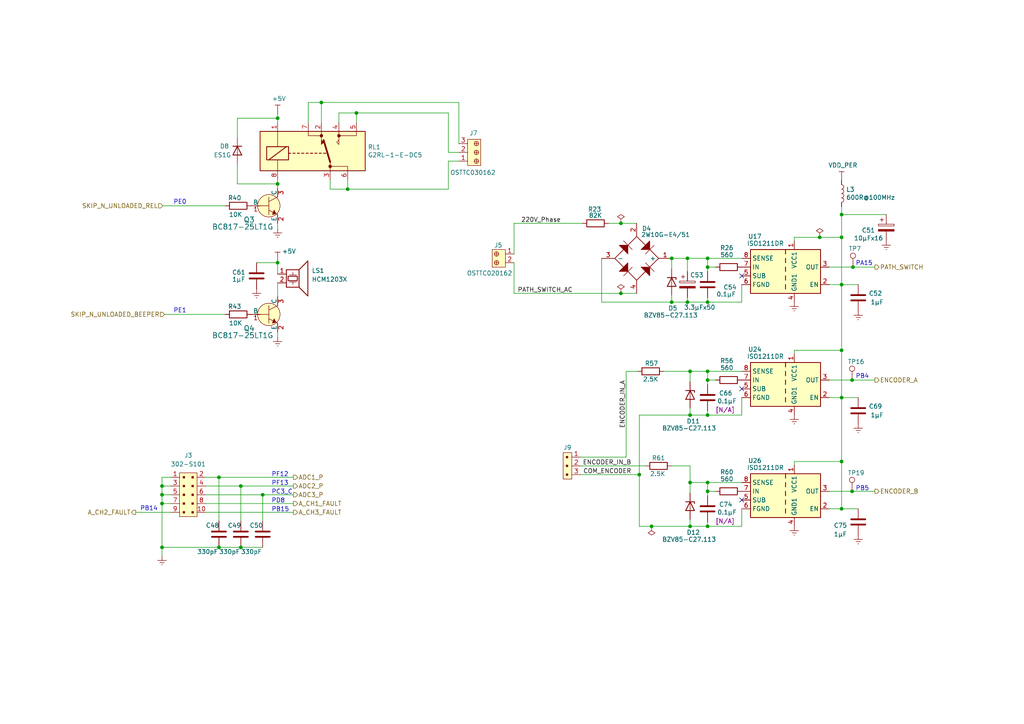
<source format=kicad_sch>
(kicad_sch (version 20211123) (generator eeschema)
  (paper "A4")
  (title_block (title "ШВУ") (date "2021-03-25") (rev "V0.3") (company "ЦВЕТМЕТНАЛАДКА") (comment 1 "Шустов В.И."))
  (lib_symbols
    (symbol "Connector:TestPoint" (pin_numbers hide) (pin_names (offset 0.762) hide)
      (property "Reference" "TP" (at 0 6.858 0))
      (property "Value" "TestPoint" (at 0 5.08 0))
      (symbol "TestPoint_0_1"
        (circle (center 0 3.302) (radius 0.762))
      )
      (symbol "TestPoint_1_1"
        (pin passive line (at 0 0 90) (length 2.54) (name "1") (number "1"))
      )
    )
    (symbol "Device:C" (pin_numbers hide) (pin_names (offset 0.254))
      (property "Reference" "C" (at 0.635 2.54 0))
      (property "Value" "C" (at 0.635 -2.54 0))
      (symbol "C_0_1"
        (polyline (pts (xy -2.032 -0.762) (xy 2.032 -0.762)) (stroke (width 0.508)))
        (polyline (pts (xy -2.032 0.762) (xy 2.032 0.762)) (stroke (width 0.508)))
      )
      (symbol "C_1_1"
        (pin passive line (at 0 3.81 270) (length 2.794) (name "~") (number "1"))
        (pin passive line (at 0 -3.81 90) (length 2.794) (name "~") (number "2"))
      )
    )
    (symbol "Device:CP" (pin_numbers hide) (pin_names (offset 0.254))
      (property "Reference" "C" (at 0.635 2.54 0))
      (property "Value" "Device_CP" (at 0.635 -2.54 0))
      (symbol "CP_0_1"
        (rectangle (start -2.286 0.508) (end 2.286 1.016))
        (polyline (pts (xy -1.778 2.286) (xy -0.762 2.286)))
        (polyline (pts (xy -1.27 2.794) (xy -1.27 1.778)))
        (rectangle (start 2.286 -0.508) (end -2.286 -1.016) (fill (type outline)))
      )
      (symbol "CP_1_1"
        (pin passive line (at 0 3.81 270) (length 2.794) (name "~") (number "1"))
        (pin passive line (at 0 -3.81 90) (length 2.794) (name "~") (number "2"))
      )
    )
    (symbol "Device:D" (pin_numbers hide) (pin_names (offset 1.016) hide)
      (property "Reference" "D" (at 0 2.54 0))
      (property "Value" "D" (at 0 -2.54 0))
      (symbol "D_0_1"
        (polyline (pts (xy -1.27 1.27) (xy -1.27 -1.27)) (stroke (width 0.254)))
        (polyline (pts (xy 1.27 0) (xy -1.27 0)))
        (polyline (pts (xy 1.27 1.27) (xy 1.27 -1.27) (xy -1.27 0) (xy 1.27 1.27)) (stroke (width 0.254)))
      )
      (symbol "D_1_1"
        (pin passive line (at -3.81 0 0) (length 2.54) (name "K") (number "1"))
        (pin passive line (at 3.81 0 180) (length 2.54) (name "A") (number "2"))
      )
    )
    (symbol "Device:L" (pin_numbers hide) (pin_names (offset 1.016) hide)
      (property "Reference" "L" (at -1.27 0 90))
      (property "Value" "L" (at 1.905 0 90))
      (symbol "L_0_1"
        (arc (start 0 -2.54) (mid 0.635 -1.905) (end 0 -1.27))
        (arc (start 0 -1.27) (mid 0.635 -0.635) (end 0 0))
        (arc (start 0 0) (mid 0.635 0.635) (end 0 1.27))
        (arc (start 0 1.27) (mid 0.635 1.905) (end 0 2.54))
      )
      (symbol "L_1_1"
        (pin passive line (at 0 3.81 270) (length 1.27) (name "1") (number "1"))
        (pin passive line (at 0 -3.81 90) (length 1.27) (name "2") (number "2"))
      )
    )
    (symbol "Device:R" (pin_numbers hide) (pin_names (offset 0))
      (property "Reference" "R" (at 2.032 0 90))
      (property "Value" "R" (at 0 0 90))
      (symbol "R_0_1"
        (rectangle (start -1.016 -2.54) (end 1.016 2.54) (stroke (width 0.254)))
      )
      (symbol "R_1_1"
        (pin passive line (at 0 3.81 270) (length 1.27) (name "~") (number "1"))
        (pin passive line (at 0 -3.81 90) (length 1.27) (name "~") (number "2"))
      )
    )
    (symbol "Device:Speaker_Crystal" (pin_names (offset 0) hide)
      (property "Reference" "LS" (at 0.635 5.715 0))
      (property "Value" "Speaker_Crystal" (at 0.635 3.81 0))
      (symbol "Speaker_Crystal_0_0"
        (rectangle (start -2.54 1.27) (end 1.143 -3.81) (stroke (width 0.254)))
        (rectangle (start -2.032 -0.635) (end 0.635 -1.905) (stroke (width 0.254)))
        (polyline (pts (xy -1.651 -2.286) (xy 0.381 -2.286)))
        (polyline (pts (xy -1.651 -0.254) (xy 0.381 -0.254)))
        (polyline (pts (xy -0.635 -2.286) (xy -0.635 -3.048)))
        (polyline (pts (xy -0.635 -0.254) (xy -0.635 0.508)))
        (polyline (pts (xy 1.143 1.27) (xy 3.683 3.81) (xy 3.683 -6.35) (xy 1.143 -3.81)) (stroke (width 0.254)))
      )
      (symbol "Speaker_Crystal_1_1"
        (pin input line (at -5.08 0 0) (length 2.54) (name "1") (number "1"))
        (pin input line (at -5.08 -2.54 0) (length 2.54) (name "2") (number "2"))
      )
    )
    (symbol "Diode:1N47xxA" (pin_numbers hide) (pin_names (offset 1.016) hide)
      (property "Reference" "D" (at 0 2.54 0))
      (property "Value" "1N47xxA" (at 0 -2.54 0))
      (symbol "1N47xxA_0_1"
        (polyline (pts (xy 1.27 0) (xy -1.27 0)))
        (polyline (pts (xy -1.27 -1.27) (xy -1.27 1.27) (xy -0.762 1.27)) (stroke (width 0.254)))
        (polyline (pts (xy 1.27 -1.27) (xy 1.27 1.27) (xy -1.27 0) (xy 1.27 -1.27)) (stroke (width 0.254)))
      )
      (symbol "1N47xxA_1_1"
        (pin passive line (at -3.81 0 0) (length 2.54) (name "K") (number "1"))
        (pin passive line (at 3.81 0 180) (length 2.54) (name "A") (number "2"))
      )
    )
    (symbol "Isolator:ISO1211"
      (property "Reference" "U" (at -8.89 6.35 0))
      (property "Value" "ISO1211" (at 8.89 6.35 0))
      (symbol "ISO1211_0_1"
        (rectangle (start -10.16 5.08) (end 10.16 -7.62) (stroke (width 0.254)) (fill (type background)))
        (polyline (pts (xy 0 -6.35) (xy 0 -5.08)) (stroke (width 0.254)))
        (polyline (pts (xy 0 -3.81) (xy 0 -2.54)) (stroke (width 0.254)))
        (polyline (pts (xy 0 -1.27) (xy 0 0)) (stroke (width 0.254)))
        (polyline (pts (xy 0 1.27) (xy 0 2.54)) (stroke (width 0.254)))
        (polyline (pts (xy 0 3.81) (xy 0 5.08)) (stroke (width 0.254)))
      )
      (symbol "ISO1211_1_1"
        (pin power_in line (at 2.54 7.62 270) (length 2.54) (name "VCC1") (number "1"))
        (pin input line (at 12.7 -5.08 180) (length 2.54) (name "EN") (number "2"))
        (pin tri_state line (at 12.7 0 180) (length 2.54) (name "OUT") (number "3"))
        (pin power_in line (at 2.54 -10.16 90) (length 2.54) (name "GND1") (number "4"))
        (pin passive line (at -12.7 -2.54 0) (length 2.54) (name "SUB") (number "5"))
        (pin power_in line (at -12.7 -5.08 0) (length 2.54) (name "FGND") (number "6"))
        (pin input line (at -12.7 0 0) (length 2.54) (name "IN") (number "7"))
        (pin input line (at -12.7 2.54 0) (length 2.54) (name "SENSE") (number "8"))
      )
    )
    (symbol "SVIELCOM_Library:+5V" (power) (pin_names (offset 0))
      (property "Value" "SVIELCOM_Library_+5V" (at 0 3.556 0))
      (symbol "+5V_0_1"
        (polyline (pts (xy -0.762 2.54) (xy 0 2.54)))
        (polyline (pts (xy 0 0) (xy 0 2.54)))
        (polyline (pts (xy 0 2.54) (xy 0.762 2.54)))
      )
      (symbol "+5V_1_1"
        (pin power_in line (at 0 0 90) (length 0) hide (name "+5V") (number "1"))
      )
    )
    (symbol "SVIELCOM_Library:2W10G" (pin_names (offset 0.762))
      (property "Reference" "D" (at -7.62 6.35 0))
      (property "Value" "SVIELCOM_Library_2W10G" (at 1.27 -7.62 0))
      (symbol "2W10G_0_1"
        (polyline (pts (xy -3.81 5.08) (xy -1.27 2.54)))
        (polyline (pts (xy -1.27 -2.54) (xy -3.81 -5.08)))
        (polyline (pts (xy 2.54 -1.27) (xy 5.08 -3.81)))
        (polyline (pts (xy 5.08 3.81) (xy 2.54 1.27)))
        (polyline (pts (xy -3.81 2.54) (xy -6.35 0) (xy -3.81 -2.54)))
        (polyline (pts (xy -2.54 3.81) (xy 0 6.35) (xy 2.54 3.81)))
        (polyline (pts (xy 2.54 -3.81) (xy 0 -6.35) (xy -2.54 -3.81)))
        (polyline (pts (xy 3.81 2.54) (xy 6.35 0) (xy 3.81 -2.54)))
        (polyline (pts (xy -2.54 1.27) (xy -2.54 3.81) (xy -5.08 3.81) (xy -2.54 1.27)) (fill (type outline)))
        (polyline (pts (xy 1.27 -2.54) (xy 3.81 -2.54) (xy 3.81 -5.08) (xy 1.27 -2.54)) (fill (type outline)))
        (polyline (pts (xy 1.27 2.54) (xy 3.81 2.54) (xy 3.81 5.08) (xy 1.27 2.54)) (fill (type outline)))
        (polyline (pts (xy -2.54 -3.81) (xy -2.54 -1.27) (xy -3.81 -2.54) (xy -5.08 -3.81) (xy -2.54 -3.81)) (fill (type outline)))
        (polyline (pts (xy 0 6.35) (xy 6.35 0) (xy 0 -6.35) (xy -6.35 0) (xy 0 6.35)))
      )
      (symbol "2W10G_1_1"
        (pin power_out line (at 10.16 0 180) (length 3.81) (name "+") (number "1"))
        (pin power_in line (at 0 10.16 270) (length 3.81) (name "~") (number "2"))
        (pin power_out line (at -10.16 0 0) (length 3.81) (name "-") (number "3"))
        (pin power_in line (at 0 -10.16 90) (length 3.81) (name "~") (number "4"))
      )
    )
    (symbol "SVIELCOM_Library:G2RL-1-E-DC5"
      (property "Reference" "RL" (at 16.51 3.81 0))
      (property "Value" "SVIELCOM_Library_G2RL-1-E-DC5" (at 16.51 1.27 0))
      (symbol "G2RL-1-E-DC5_0_1"
        (rectangle (start -15.24 6.35) (end 15.24 -5.08) (stroke (width 0.254)) (fill (type background)))
        (rectangle (start -13.335 1.905) (end -6.985 -1.905) (stroke (width 0.254)))
        (polyline (pts (xy -12.7 -1.905) (xy -7.62 1.905)) (stroke (width 0.254)))
        (polyline (pts (xy -10.16 -5.08) (xy -10.16 -1.905)))
        (polyline (pts (xy -10.16 6.35) (xy -10.16 1.905)))
        (polyline (pts (xy -6.985 0) (xy -6.35 0)) (stroke (width 0.254)))
        (polyline (pts (xy -5.715 0) (xy -5.08 0)) (stroke (width 0.254)))
        (polyline (pts (xy -4.445 0) (xy -3.81 0)) (stroke (width 0.254)))
        (polyline (pts (xy -3.175 0) (xy -2.54 0)) (stroke (width 0.254)))
        (polyline (pts (xy -1.905 0) (xy -1.27 0)) (stroke (width 0.254)))
        (polyline (pts (xy -0.635 0) (xy 0 0)) (stroke (width 0.254)))
        (polyline (pts (xy 0.635 0) (xy 1.27 0)) (stroke (width 0.254)))
        (polyline (pts (xy 1.905 0) (xy 2.54 0)) (stroke (width 0.254)))
        (polyline (pts (xy 3.175 0) (xy 3.81 0)) (stroke (width 0.254)))
        (polyline (pts (xy 5.08 -2.54) (xy 3.175 3.81)) (stroke (width 0.508)))
        (polyline (pts (xy 5.08 -2.54) (xy 5.08 -5.08)))
        (polyline (pts (xy -1.27 6.35) (xy -1.27 5.08) (xy 2.54 5.08)))
        (polyline (pts (xy 5.08 -3.81) (xy 10.16 -3.81) (xy 10.16 -5.08)))
        (polyline (pts (xy 7.62 5.08) (xy 12.7 5.08) (xy 12.7 6.35)))
        (polyline (pts (xy 2.54 6.35) (xy 2.54 2.54) (xy 3.175 3.175) (xy 2.54 3.81)) (fill (type outline)))
        (polyline (pts (xy 7.62 6.35) (xy 7.62 2.54) (xy 6.985 3.175) (xy 7.62 3.81)))
        (circle (center 5.08 -3.81) (radius 0.4064) (fill (type outline)))
        (circle (center 7.62 5.08) (radius 0.0001))
        (circle (center 7.62 5.08) (radius 0.0001))
        (circle (center 7.62 5.08) (radius 0.0001))
      )
      (symbol "G2RL-1-E-DC5_1_1"
        (circle (center 2.54 5.08) (radius 0.4064) (fill (type outline)))
        (circle (center 7.62 5.08) (radius 0.4064) (fill (type outline)))
        (pin passive line (at -10.16 8.89 270) (length 2.54) (name "~") (number "1"))
        (pin passive line (at 2.54 8.89 270) (length 2.54) (name "~") (number "2"))
        (pin passive line (at 5.08 -7.62 90) (length 2.54) (name "~") (number "3"))
        (pin passive line (at 7.62 8.89 270) (length 2.54) (name "~") (number "4"))
        (pin passive line (at 12.7 8.89 270) (length 2.54) (name "~") (number "5"))
        (pin passive line (at 10.16 -7.62 90) (length 2.54) (name "~") (number "6"))
        (pin passive line (at -1.27 8.89 270) (length 2.54) (name "~") (number "7"))
        (pin passive line (at -10.16 -7.62 90) (length 2.54) (name "~") (number "8"))
      )
    )
    (symbol "SVIELCOM_Library:VDD_PER" (power) (pin_names (offset 0))
      (property "Value" "SVIELCOM_Library_VDD_PER" (at 0 3.81 0))
      (symbol "VDD_PER_0_1"
        (polyline (pts (xy -0.762 2.54) (xy 0 2.54)))
        (polyline (pts (xy 0 0) (xy 0 2.54)))
        (polyline (pts (xy 0 2.54) (xy 0.762 2.54)))
      )
      (symbol "VDD_PER_1_1"
        (pin power_in line (at 0 0 90) (length 0) hide (name "VDD_PER") (number "1"))
      )
    )
    (symbol "dk_Rectangular-Connectors-Headers-Male-Pins:0022232031" (pin_names (offset 1.016))
      (property "Reference" "J" (at -2.54 1.27 0))
      (property "Value" "0022232031" (at 2.54 -3.81 0))
      (symbol "0022232031_1_1"
        (rectangle (start -1.27 0) (end 6.35 -2.54) (fill (type background)))
        (rectangle (start -0.254 -1.143) (end 0.254 -1.651) (fill (type outline)))
        (rectangle (start 2.286 -1.143) (end 2.794 -1.651) (fill (type outline)))
        (rectangle (start 4.826 -1.143) (end 5.334 -1.651) (fill (type outline)))
        (pin passive line (at 0 2.54 270) (length 2.54) (name "~") (number "1"))
        (pin passive line (at 2.54 2.54 270) (length 2.54) (name "~") (number "2"))
        (pin passive line (at 5.08 2.54 270) (length 2.54) (name "~") (number "3"))
      )
    )
    (symbol "dk_Rectangular-Connectors-Headers-Male-Pins:302-S101" (pin_names (offset 1.016))
      (property "Reference" "J" (at -2.54 7.62 0))
      (property "Value" "302-S101" (at 0 -7.62 0))
      (symbol "302-S101_1_1"
        (rectangle (start -2.54 6.35) (end 2.54 -6.35) (fill (type background)))
        (rectangle (start -1.524 -4.826) (end -1.016 -5.334) (fill (type outline)))
        (rectangle (start -1.524 -2.286) (end -1.016 -2.794) (fill (type outline)))
        (rectangle (start -1.524 0.254) (end -1.016 -0.254) (fill (type outline)))
        (rectangle (start -1.524 2.794) (end -1.016 2.286) (fill (type outline)))
        (rectangle (start -1.524 5.334) (end -1.016 4.826) (fill (type outline)))
        (rectangle (start 1.016 -4.826) (end 1.524 -5.334) (fill (type outline)))
        (rectangle (start 1.016 -2.286) (end 1.524 -2.794) (fill (type outline)))
        (rectangle (start 1.016 0.254) (end 1.524 -0.254) (fill (type outline)))
        (rectangle (start 1.016 2.794) (end 1.524 2.286) (fill (type outline)))
        (rectangle (start 1.016 5.334) (end 1.524 4.826) (fill (type outline)))
        (pin passive line (at -5.08 5.08 0) (length 2.54) (name "~") (number "1"))
        (pin passive line (at 5.08 -5.08 180) (length 2.54) (name "~") (number "10"))
        (pin passive line (at 5.08 5.08 180) (length 2.54) (name "~") (number "2"))
        (pin passive line (at -5.08 2.54 0) (length 2.54) (name "~") (number "3"))
        (pin passive line (at 5.08 2.54 180) (length 2.54) (name "~") (number "4"))
        (pin passive line (at -5.08 0 0) (length 2.54) (name "~") (number "5"))
        (pin passive line (at 5.08 0 180) (length 2.54) (name "~") (number "6"))
        (pin passive line (at -5.08 -2.54 0) (length 2.54) (name "~") (number "7"))
        (pin passive line (at 5.08 -2.54 180) (length 2.54) (name "~") (number "8"))
        (pin passive line (at -5.08 -5.08 0) (length 2.54) (name "~") (number "9"))
      )
    )
    (symbol "dk_Terminal-Blocks-Wire-to-Board:OSTTC020162" (pin_names (offset 1.016))
      (property "Reference" "J" (at -2.54 1.27 0))
      (property "Value" "OSTTC020162" (at 1.27 -2.54 0))
      (symbol "OSTTC020162_1_1"
        (rectangle (start -1.27 2.54) (end 3.81 -1.27) (fill (type background)))
        (polyline (pts (xy 0 0.635) (xy 0 -0.635)))
        (polyline (pts (xy 0.635 0) (xy -0.635 0)))
        (polyline (pts (xy 1.905 0) (xy 3.175 0)))
        (polyline (pts (xy 2.54 0.635) (xy 2.54 -0.635)))
        (circle (center 0 0) (radius 0.635))
        (circle (center 2.54 0) (radius 0.635))
        (pin passive line (at 0 5.08 270) (length 2.54) (name "~") (number "1"))
        (pin passive line (at 2.54 5.08 270) (length 2.54) (name "~") (number "2"))
      )
    )
    (symbol "dk_Terminal-Blocks-Wire-to-Board:OSTTC030162" (pin_names (offset 1.016))
      (property "Reference" "J" (at -2.54 1.27 0))
      (property "Value" "OSTTC030162" (at 2.54 -2.54 0))
      (symbol "OSTTC030162_1_1"
        (rectangle (start -1.27 2.54) (end 6.35 -1.27) (fill (type background)))
        (polyline (pts (xy 0 0.635) (xy 0 -0.635)))
        (polyline (pts (xy 0.635 0) (xy -0.635 0)))
        (polyline (pts (xy 1.905 0) (xy 3.175 0)))
        (polyline (pts (xy 2.54 0.635) (xy 2.54 -0.635)))
        (polyline (pts (xy 4.445 0) (xy 5.715 0)))
        (polyline (pts (xy 5.08 0.635) (xy 5.08 -0.635)))
        (circle (center 0 0) (radius 0.635))
        (circle (center 2.54 0) (radius 0.635))
        (circle (center 5.08 0) (radius 0.635))
        (pin passive line (at 0 5.08 270) (length 2.54) (name "~") (number "1"))
        (pin passive line (at 2.54 5.08 270) (length 2.54) (name "~") (number "2"))
        (pin passive line (at 5.08 5.08 270) (length 2.54) (name "~") (number "3"))
      )
    )
    (symbol "dk_Transistors-Bipolar-BJT-Single:BC817-25LT1G" (pin_names (offset 0))
      (property "Reference" "Q" (at -3.2004 4.2164 0))
      (property "Value" "BC817-25LT1G" (at 5.2324 0 90))
      (symbol "BC817-25LT1G_0_1"
        (polyline (pts (xy -3.81 0) (xy -2.54 0)))
        (polyline (pts (xy -3.556 0) (xy 0 0)))
        (polyline (pts (xy 0 -1.27) (xy 2.54 -2.54)))
        (polyline (pts (xy 0 1.27) (xy 2.54 2.54)))
        (polyline (pts (xy 0 2.54) (xy 0 -2.54)))
        (polyline (pts (xy 1.524 -1.27) (xy 2.032 -2.286) (xy 1.016 -2.54) (xy 1.524 -1.27)) (fill (type outline)))
        (circle (center 0 0) (radius 3.2512) (fill (type background)))
      )
      (symbol "BC817-25LT1G_1_1"
        (pin input line (at -5.08 0 0) (length 2.54) (name "B") (number "1"))
        (pin passive line (at 2.54 -5.08 90) (length 2.54) (name "E") (number "2"))
        (pin passive line (at 2.54 5.08 270) (length 2.54) (name "C") (number "3"))
      )
    )
    (symbol "power:GNDREF" (power) (pin_names (offset 0))
      (property "Value" "GNDREF" (at 0 -3.81 0))
      (symbol "GNDREF_0_1"
        (polyline (pts (xy -0.635 -1.905) (xy 0.635 -1.905)))
        (polyline (pts (xy -0.127 -2.54) (xy 0.127 -2.54)))
        (polyline (pts (xy 0 -1.27) (xy 0 0)))
        (polyline (pts (xy 1.27 -1.27) (xy -1.27 -1.27)))
      )
      (symbol "GNDREF_1_1"
        (pin power_in line (at 0 0 270) (length 0) hide (name "GNDREF") (number "1"))
      )
    )
    (symbol "power:PWR_FLAG" (power) (pin_numbers hide) (pin_names (offset 0) hide)
      (property "Value" "PWR_FLAG" (at 0 3.81 0))
      (symbol "PWR_FLAG_0_0"
        (pin power_out line (at 0 0 90) (length 0) (name "pwr") (number "1"))
      )
      (symbol "PWR_FLAG_0_1"
        (polyline (pts (xy 0 0) (xy 0 1.27) (xy -1.016 1.905) (xy 0 2.54) (xy 1.016 1.905) (xy 0 1.27)))
      )
    )
  )
  (junction (at 237.744 68.834))
  (junction (at 244.094 68.834))
  (junction (at 185.42 137.668))
  (junction (at 205.232 139.954))
  (junction (at 205.232 152.654))
  (junction (at 46.99 146.05))
  (junction (at 205.232 142.494))
  (junction (at 46.99 158.75))
  (junction (at 244.094 101.6))
  (junction (at 200.152 107.696))
  (junction (at 93.218 29.718))
  (junction (at 205.232 120.396))
  (junction (at 200.152 139.954))
  (junction (at 69.85 140.97))
  (junction (at 46.99 140.97))
  (junction (at 63.5 138.43))
  (junction (at 80.518 76.2))
  (junction (at 205.232 110.236))
  (junction (at 205.232 87.63))
  (junction (at 205.232 107.696))
  (junction (at 247.142 142.494))
  (junction (at 244.094 147.574))
  (junction (at 80.518 34.29))
  (junction (at 188.976 152.654))
  (junction (at 244.094 82.55))
  (junction (at 199.39 74.93))
  (junction (at 69.85 158.75))
  (junction (at 199.39 87.63))
  (junction (at 63.5 158.75))
  (junction (at 46.99 143.51))
  (junction (at 247.396 77.47))
  (junction (at 244.094 62.23))
  (junction (at 100.838 54.864))
  (junction (at 244.094 115.316))
  (junction (at 205.232 77.47))
  (junction (at 180.086 64.77))
  (junction (at 200.152 120.396))
  (junction (at 194.818 74.93))
  (junction (at 247.142 110.236))
  (junction (at 76.2 143.51))
  (junction (at 205.232 74.93))
  (junction (at 244.094 133.858))
  (junction (at 180.086 85.09))
  (junction (at 200.152 152.654))
  (junction (at 194.818 87.63))
  (junction (at 103.378 32.766))
  (junction (at 80.518 53.34))
  (no_connect (at 215.138 80.01))
  (no_connect (at 215.138 112.776))
  (no_connect (at 215.138 145.034))
  (wire (pts (xy 194.818 74.93) (xy 199.39 74.93)))
  (wire (pts (xy 244.094 68.834) (xy 244.094 82.55)))
  (wire (pts (xy 205.232 152.654) (xy 215.138 152.654)))
  (wire (pts (xy 100.838 52.07) (xy 100.838 54.864)))
  (wire (pts (xy 68.834 34.29) (xy 80.518 34.29)))
  (wire (pts (xy 103.378 35.56) (xy 103.378 32.766)))
  (wire (pts (xy 230.378 101.6) (xy 244.094 101.6)))
  (wire (pts (xy 205.232 77.47) (xy 205.232 74.93)))
  (wire (pts (xy 205.232 87.63) (xy 215.138 87.63)))
  (wire (pts (xy 200.152 135.128) (xy 200.152 139.954)))
  (wire (pts (xy 89.408 29.718) (xy 93.218 29.718)))
  (wire (pts (xy 215.138 87.63) (xy 215.138 82.55)))
  (wire (pts (xy 89.408 35.56) (xy 89.408 29.718)))
  (wire (pts (xy 205.232 110.236) (xy 205.232 107.696)))
  (wire (pts (xy 49.53 143.51) (xy 46.99 143.51)))
  (wire (pts (xy 100.838 54.864) (xy 130.048 54.864)))
  (wire (pts (xy 237.744 68.834) (xy 244.094 68.834)))
  (wire (pts (xy 230.378 69.85) (xy 230.378 68.834)))
  (wire (pts (xy 247.142 142.494) (xy 253.746 142.494)))
  (wire (pts (xy 200.152 120.396) (xy 205.232 120.396)))
  (wire (pts (xy 168.402 137.668) (xy 185.42 137.668)))
  (wire (pts (xy 80.518 33.02) (xy 80.518 34.29)))
  (wire (pts (xy 46.99 140.97) (xy 46.99 143.51)))
  (wire (pts (xy 59.69 143.51) (xy 76.2 143.51)))
  (wire (pts (xy 168.402 135.128) (xy 187.198 135.128)))
  (wire (pts (xy 80.518 76.2) (xy 80.518 79.502)))
  (wire (pts (xy 199.39 87.63) (xy 205.232 87.63)))
  (wire (pts (xy 69.85 140.97) (xy 85.09 140.97)))
  (wire (pts (xy 80.518 53.34) (xy 68.834 53.34)))
  (wire (pts (xy 181.61 132.588) (xy 181.61 107.696)))
  (wire (pts (xy 130.048 32.766) (xy 130.048 44.196)))
  (wire (pts (xy 46.99 146.05) (xy 46.99 158.75)))
  (wire (pts (xy 215.138 152.654) (xy 215.138 147.574)))
  (wire (pts (xy 200.152 139.954) (xy 205.232 139.954)))
  (wire (pts (xy 244.094 101.6) (xy 244.094 115.316)))
  (wire (pts (xy 205.232 142.494) (xy 205.232 139.954)))
  (wire (pts (xy 200.152 150.622) (xy 200.152 152.654)))
  (wire (pts (xy 80.518 75.692) (xy 80.518 76.2)))
  (wire (pts (xy 244.094 133.858) (xy 244.094 147.574)))
  (wire (pts (xy 240.538 110.236) (xy 247.142 110.236)))
  (wire (pts (xy 230.378 102.616) (xy 230.378 101.6)))
  (wire (pts (xy 76.2 143.51) (xy 76.2 151.13)))
  (wire (pts (xy 63.5 151.13) (xy 63.5 138.43)))
  (wire (pts (xy 59.69 148.59) (xy 85.09 148.59)))
  (wire (pts (xy 194.818 87.63) (xy 199.39 87.63)))
  (wire (pts (xy 215.138 120.396) (xy 215.138 115.316)))
  (wire (pts (xy 46.99 158.75) (xy 46.99 161.29)))
  (wire (pts (xy 205.232 111.506) (xy 205.232 110.236)))
  (wire (pts (xy 205.232 119.126) (xy 205.232 120.396)))
  (wire (pts (xy 174.498 87.63) (xy 194.818 87.63)))
  (wire (pts (xy 244.094 82.55) (xy 244.094 101.6)))
  (wire (pts (xy 168.402 132.588) (xy 181.61 132.588)))
  (wire (pts (xy 59.69 138.43) (xy 63.5 138.43)))
  (wire (pts (xy 47.752 91.186) (xy 65.278 91.186)))
  (wire (pts (xy 194.818 135.128) (xy 200.152 135.128)))
  (wire (pts (xy 69.85 151.13) (xy 69.85 140.97)))
  (wire (pts (xy 49.53 146.05) (xy 46.99 146.05)))
  (wire (pts (xy 244.094 115.316) (xy 248.92 115.316)))
  (wire (pts (xy 244.094 62.23) (xy 244.094 59.944)))
  (wire (pts (xy 149.098 76.2) (xy 149.098 85.09)))
  (wire (pts (xy 49.53 148.59) (xy 39.37 148.59)))
  (wire (pts (xy 205.232 120.396) (xy 215.138 120.396)))
  (wire (pts (xy 68.834 53.34) (xy 68.834 47.498)))
  (wire (pts (xy 149.098 73.66) (xy 149.098 64.77)))
  (wire (pts (xy 207.518 77.47) (xy 205.232 77.47)))
  (wire (pts (xy 63.5 158.75) (xy 69.85 158.75)))
  (wire (pts (xy 244.094 115.316) (xy 244.094 133.858)))
  (wire (pts (xy 185.42 137.668) (xy 185.42 120.396)))
  (wire (pts (xy 69.85 158.75) (xy 76.2 158.75)))
  (wire (pts (xy 200.152 110.744) (xy 200.152 107.696)))
  (wire (pts (xy 93.218 29.718) (xy 133.096 29.718)))
  (wire (pts (xy 93.218 35.56) (xy 93.218 29.718)))
  (wire (pts (xy 80.518 82.042) (xy 80.518 86.106)))
  (wire (pts (xy 200.152 143.002) (xy 200.152 139.954)))
  (wire (pts (xy 185.42 152.654) (xy 185.42 137.668)))
  (wire (pts (xy 205.232 151.384) (xy 205.232 152.654)))
  (wire (pts (xy 244.094 82.55) (xy 240.538 82.55)))
  (wire (pts (xy 230.378 134.874) (xy 230.378 133.858)))
  (wire (pts (xy 130.048 54.864) (xy 130.048 46.736)))
  (wire (pts (xy 130.048 44.196) (xy 133.096 44.196)))
  (wire (pts (xy 247.396 77.47) (xy 253.746 77.47)))
  (wire (pts (xy 68.834 39.878) (xy 68.834 34.29)))
  (wire (pts (xy 74.422 76.2) (xy 80.518 76.2)))
  (wire (pts (xy 247.142 110.236) (xy 253.746 110.236)))
  (wire (pts (xy 133.096 29.718) (xy 133.096 41.656)))
  (wire (pts (xy 46.99 143.51) (xy 46.99 146.05)))
  (wire (pts (xy 207.518 142.494) (xy 205.232 142.494)))
  (wire (pts (xy 205.232 86.36) (xy 205.232 87.63)))
  (wire (pts (xy 188.976 152.654) (xy 200.152 152.654)))
  (wire (pts (xy 80.518 66.294) (xy 80.518 64.77)))
  (wire (pts (xy 181.61 107.696) (xy 184.912 107.696)))
  (wire (pts (xy 205.232 78.74) (xy 205.232 77.47)))
  (wire (pts (xy 205.232 107.696) (xy 215.138 107.696)))
  (wire (pts (xy 240.538 142.494) (xy 247.142 142.494)))
  (wire (pts (xy 194.818 85.598) (xy 194.818 87.63)))
  (wire (pts (xy 49.53 138.43) (xy 46.99 138.43)))
  (wire (pts (xy 185.42 152.654) (xy 188.976 152.654)))
  (wire (pts (xy 149.098 64.77) (xy 168.91 64.77)))
  (wire (pts (xy 46.99 138.43) (xy 46.99 140.97)))
  (wire (pts (xy 199.39 74.93) (xy 199.39 78.74)))
  (wire (pts (xy 244.094 147.574) (xy 248.92 147.574)))
  (wire (pts (xy 199.39 74.93) (xy 205.232 74.93)))
  (wire (pts (xy 199.39 86.36) (xy 199.39 87.63)))
  (wire (pts (xy 98.298 35.56) (xy 98.298 32.766)))
  (wire (pts (xy 194.818 77.978) (xy 194.818 74.93)))
  (wire (pts (xy 244.094 68.834) (xy 244.094 62.23)))
  (wire (pts (xy 230.378 68.834) (xy 237.744 68.834)))
  (wire (pts (xy 46.99 158.75) (xy 63.5 158.75)))
  (wire (pts (xy 47.244 59.69) (xy 65.278 59.69)))
  (wire (pts (xy 98.298 32.766) (xy 103.378 32.766)))
  (wire (pts (xy 244.094 115.316) (xy 240.538 115.316)))
  (wire (pts (xy 244.094 147.574) (xy 240.538 147.574)))
  (wire (pts (xy 130.048 46.736) (xy 133.096 46.736)))
  (wire (pts (xy 200.152 107.696) (xy 205.232 107.696)))
  (wire (pts (xy 174.498 74.93) (xy 174.498 87.63)))
  (wire (pts (xy 80.518 97.79) (xy 80.518 96.266)))
  (wire (pts (xy 240.538 77.47) (xy 247.396 77.47)))
  (wire (pts (xy 95.758 52.07) (xy 95.758 54.864)))
  (wire (pts (xy 59.69 146.05) (xy 85.09 146.05)))
  (wire (pts (xy 244.094 82.55) (xy 248.92 82.55)))
  (wire (pts (xy 192.532 107.696) (xy 200.152 107.696)))
  (wire (pts (xy 76.2 143.51) (xy 85.09 143.51)))
  (wire (pts (xy 63.5 138.43) (xy 85.09 138.43)))
  (wire (pts (xy 80.518 53.34) (xy 80.518 52.07)))
  (wire (pts (xy 80.518 34.29) (xy 80.518 35.56)))
  (wire (pts (xy 80.518 54.61) (xy 80.518 53.34)))
  (wire (pts (xy 180.086 85.09) (xy 184.658 85.09)))
  (wire (pts (xy 149.098 85.09) (xy 180.086 85.09)))
  (wire (pts (xy 205.232 139.954) (xy 215.138 139.954)))
  (wire (pts (xy 49.53 140.97) (xy 46.99 140.97)))
  (wire (pts (xy 185.42 120.396) (xy 200.152 120.396)))
  (wire (pts (xy 95.758 54.864) (xy 100.838 54.864)))
  (wire (pts (xy 230.378 133.858) (xy 244.094 133.858)))
  (wire (pts (xy 205.232 143.764) (xy 205.232 142.494)))
  (wire (pts (xy 200.152 118.364) (xy 200.152 120.396)))
  (wire (pts (xy 103.378 32.766) (xy 130.048 32.766)))
  (wire (pts (xy 176.53 64.77) (xy 180.086 64.77)))
  (wire (pts (xy 205.232 74.93) (xy 215.138 74.93)))
  (wire (pts (xy 200.152 152.654) (xy 205.232 152.654)))
  (wire (pts (xy 244.094 62.23) (xy 257.048 62.23)))
  (wire (pts (xy 180.086 64.77) (xy 184.658 64.77)))
  (wire (pts (xy 69.85 140.97) (xy 59.69 140.97)))
  (wire (pts (xy 207.518 110.236) (xy 205.232 110.236)))
  (text "PE1" (at 50.292 90.932 0) (effects (font (size 1.27 1.27)) (justify left bottom)))
  (text "PD8" (at 78.74 146.05 0) (effects (font (size 1.27 1.27)) (justify left bottom)))
  (text "PF13" (at 78.74 140.97 0) (effects (font (size 1.27 1.27)) (justify left bottom)))
  (text "PF12" (at 78.74 138.43 0) (effects (font (size 1.27 1.27)) (justify left bottom)))
  (text "PA15" (at 248.158 77.216 0) (effects (font (size 1.27 1.27)) (justify left bottom)))
  (text "PB15" (at 78.74 148.59 0) (effects (font (size 1.27 1.27)) (justify left bottom)))
  (text "PB14" (at 40.64 148.336 0) (effects (font (size 1.27 1.27)) (justify left bottom)))
  (text "PE0" (at 50.292 59.436 0) (effects (font (size 1.27 1.27)) (justify left bottom)))
  (text "PB5" (at 248.158 142.494 0) (effects (font (size 1.27 1.27)) (justify left bottom)))
  (text "PB4" (at 248.158 109.982 0) (effects (font (size 1.27 1.27)) (justify left bottom)))
  (text "PC3_C" (at 78.74 143.51 0) (effects (font (size 1.27 1.27)) (justify left bottom)))
  (label "ENCODER_IN_B" (at 169.0116 135.128 0))
  (label "ENCODER_IN_A" (at 181.61 110.236 270))
  (label "PATH_SWITCH_AC" (at 150.114 85.09 0))
  (label "COM_ENCODER" (at 183.134 137.668 180))
  (label "220V_Phase" (at 151.13 64.77 0))
  (hierarchical_label "A_CH2_FAULT" (shape output) (at 39.37 148.59 180))
  (hierarchical_label "ADC2_P" (shape output) (at 85.09 140.97 0))
  (hierarchical_label "A_CH1_FAULT" (shape output) (at 85.09 146.05 0))
  (hierarchical_label "ENCODER_A" (shape output) (at 253.746 110.236 0))
  (hierarchical_label "SKIP_N_UNLOADED_BEEPER" (shape input) (at 47.752 91.186 180))
  (hierarchical_label "SKIP_N_UNLOADED_REL" (shape input) (at 47.244 59.69 180))
  (hierarchical_label "A_CH3_FAULT" (shape output) (at 85.09 148.59 0))
  (hierarchical_label "ADC1_P" (shape output) (at 85.09 138.43 0))
  (hierarchical_label "PATH_SWITCH" (shape output) (at 253.746 77.47 0))
  (hierarchical_label "ADC3_P" (shape output) (at 85.09 143.51 0))
  (hierarchical_label "ENCODER_B" (shape output) (at 253.746 142.494 0))
  (symbol (lib_id "dk_Transistors-Bipolar-BJT-Single:BC817-25LT1G") (at 77.978 59.69 0) (unit 1)
    (property "Reference" "Q3" (at 70.612 63.754 0) (effects (font (size 1.524 1.524)) (justify left)))
    (property "Value" "BC817-25LT1G" (at 61.468 65.786 0) (effects (font (size 1.524 1.524)) (justify left)))
    (property "Footprint" "digikey-footprints:SOT-23-3" (effects hide))
    (property "Datasheet" "https://www.onsemi.com/pub/Collateral/BC817-16LT1-D.PDF" (effects hide))
    (property "Digi-Key_PN" "BC817-25LT1GOSCT-ND" (effects hide))
    (property "MPN" "BC817-25LT1G" (effects hide))
    (property "Category" "Discrete Semiconductor Products" (effects hide))
    (property "Family" "Transistors - Bipolar (BJT) - Single" (effects hide))
    (property "DK_Datasheet_Link" "https://www.onsemi.com/pub/Collateral/BC817-16LT1-D.PDF" (effects hide))
    (property "DK_Detail_Page" "/product-detail/en/on-semiconductor/BC817-25LT1G/BC817-25LT1GOSCT-ND/917829" (effects hide))
    (property "Description" "TRANS NPN 45V 0.5A SOT23" (effects hide))
    (property "Manufacturer" "ON Semiconductor" (effects hide))
    (property "Status" "Active" (effects hide))
  )
  (symbol (lib_id "power:GNDREF") (at 80.518 66.294 0) (unit 1)
    (property "Reference" "#PWR078" (effects hide))
    (property "Value" "GNDREF" (effects hide))
  )
  (symbol (lib_id "SVIELCOM_Library:+5V") (at 80.518 33.02 0) (unit 1)
    (property "Reference" "#PWR071" (effects hide))
    (property "Value" "+5V" (at 80.899 28.6258 0))
  )
  (symbol (lib_id "Device:R") (at 69.088 59.69 270) (unit 1)
    (property "Reference" "R40" (at 68.072 57.404 90))
    (property "Value" "10K" (at 68.326 62.23 90))
    (property "Footprint" "Resistor_SMD:R_0805_2012Metric_Pad1.20x1.40mm_HandSolder" (effects hide))
    (property "Type" "RC0805FR-0710KL" (effects hide))
  )
  (symbol (lib_id "SVIELCOM_Library:G2RL-1-E-DC5") (at 90.678 44.45 0) (unit 1)
    (property "Reference" "RL1" (at 106.68 42.6466 0) (effects (justify left)))
    (property "Value" "G2RL-1-E-DC5" (at 106.68 44.958 0) (effects (justify left)))
    (property "Footprint" "Relay_THT:Relay_DPDT_Omron_G2RL" (effects hide))
    (property "Datasheet" "https://omronfs.omron.com/en_US/ecb/products/pdf/en-g2rl.pdf" (effects hide))
  )
  (symbol (lib_id "Device:R") (at 172.72 64.77 90) (unit 1)
    (property "Reference" "R23" (at 172.466 60.706 90))
    (property "Value" "82K" (at 172.72 62.484 90))
    (property "Footprint" "Resistor_THT:R_Axial_DIN0207_L6.3mm_D2.5mm_P10.16mm_Horizontal" (effects hide))
  )
  (symbol (lib_id "dk_Rectangular-Connectors-Headers-Male-Pins:302-S101") (at 54.61 143.51 0) (unit 1)
    (property "Reference" "J3" (at 54.61 132.08 0))
    (property "Value" "302-S101" (at 54.61 134.62 0))
    (property "Footprint" "digikey-footprints:PinHeader_2x5_P2.54mm_Drill1.2mm" (effects hide))
    (property "Datasheet" "http://www.on-shore.com/wp-content/uploads/2018/04/302-SXX1.pdf" (effects hide))
    (property "Digi-Key_PN" "ED1543-ND" (effects hide))
    (property "MPN" "302-S101" (effects hide))
    (property "Category" "Connectors, Interconnects" (effects hide))
    (property "Family" "Rectangular Connectors - Headers, Male Pins" (effects hide))
    (property "DK_Datasheet_Link" "http://www.on-shore.com/wp-content/uploads/2018/04/302-SXX1.pdf" (effects hide))
    (property "DK_Detail_Page" "/product-detail/en/on-shore-technology-inc/302-S101/ED1543-ND/2178422" (effects hide))
    (property "Description" "CONN HEADER VERT 10POS 2.54MM" (effects hide))
    (property "Manufacturer" "On Shore Technology Inc." (effects hide))
    (property "Status" "Active" (effects hide))
  )
  (symbol (lib_id "Device:R") (at 211.328 77.47 90) (unit 1)
    (property "Reference" "R26" (at 210.82 71.882 90))
    (property "Value" "560" (at 210.82 73.914 90))
    (property "Footprint" "Resistor_SMD:R_0805_2012Metric_Pad1.20x1.40mm_HandSolder" (effects hide))
    (property "Type" "RC0805FR-07560RL" (effects hide))
  )
  (symbol (lib_id "Device:C") (at 63.5 154.94 0) (unit 1)
    (property "Reference" "C48" (at 59.69 152.4 0) (effects (justify left)))
    (property "Value" "330pF" (at 57.15 160.02 0) (effects (justify left)))
    (property "Footprint" "Capacitor_SMD:C_0603_1608Metric_Pad1.08x0.95mm_HandSolder" (effects hide))
    (property "Datasheet" "http://www.farnell.com/datasheets/2710676.pdf" (effects hide))
    (property "Type" "GRM188R71H331KA01D" (effects hide))
  )
  (symbol (lib_id "Device:C") (at 69.85 154.94 0) (unit 1)
    (property "Reference" "C49" (at 66.04 152.4 0) (effects (justify left)))
    (property "Value" "330pF" (at 63.5 160.02 0) (effects (justify left)))
    (property "Footprint" "Capacitor_SMD:C_0603_1608Metric_Pad1.08x0.95mm_HandSolder" (effects hide))
    (property "Datasheet" "http://www.farnell.com/datasheets/2710676.pdf" (effects hide))
    (property "Type" "GRM188R71H331KA01D" (effects hide))
  )
  (symbol (lib_id "Device:C") (at 76.2 154.94 0) (unit 1)
    (property "Reference" "C50" (at 72.39 152.4 0) (effects (justify left)))
    (property "Value" "330pF" (at 69.85 160.02 0) (effects (justify left)))
    (property "Footprint" "Capacitor_SMD:C_0603_1608Metric_Pad1.08x0.95mm_HandSolder" (effects hide))
    (property "Datasheet" "http://www.farnell.com/datasheets/2710676.pdf" (effects hide))
    (property "Type" "GRM188R71H331KA01D" (effects hide))
  )
  (symbol (lib_id "power:GNDREF") (at 46.99 161.29 0) (unit 1)
    (property "Reference" "#PWR0103" (effects hide))
    (property "Value" "GNDREF" (effects hide))
  )
  (symbol (lib_id "Device:D") (at 68.834 43.688 270) (unit 1)
    (property "Reference" "D8" (at 63.754 42.418 90) (effects (justify left)))
    (property "Value" "ES1G" (at 61.976 44.958 90) (effects (justify left)))
    (property "Footprint" "Diode_SMD:D_SMA_Handsoldering" (effects hide))
    (property "Datasheet" "https://www.farnell.com/datasheets/2161304.pdf" (effects hide))
  )
  (symbol (lib_id "Device:C") (at 205.232 82.55 0) (unit 1)
    (property "Reference" "C54" (at 209.804 83.312 0) (effects (justify left)))
    (property "Value" "0.1µF" (at 207.772 85.344 0) (effects (justify left)))
    (property "Footprint" "Capacitor_SMD:C_0603_1608Metric_Pad1.08x0.95mm_HandSolder" (effects hide))
    (property "Datasheet" "http://www.farnell.com/datasheets/2710676.pdf" (effects hide))
    (property "Type" "CL10B104KC8NNNC" (effects hide))
  )
  (symbol (lib_id "dk_Transistors-Bipolar-BJT-Single:BC817-25LT1G") (at 77.978 91.186 0) (unit 1)
    (property "Reference" "Q4" (at 70.612 95.25 0) (effects (font (size 1.524 1.524)) (justify left)))
    (property "Value" "BC817-25LT1G" (at 61.468 97.282 0) (effects (font (size 1.524 1.524)) (justify left)))
    (property "Footprint" "digikey-footprints:SOT-23-3" (effects hide))
    (property "Datasheet" "https://www.onsemi.com/pub/Collateral/BC817-16LT1-D.PDF" (effects hide))
    (property "Digi-Key_PN" "BC817-25LT1GOSCT-ND" (effects hide))
    (property "MPN" "BC817-25LT1G" (effects hide))
    (property "Category" "Discrete Semiconductor Products" (effects hide))
    (property "Family" "Transistors - Bipolar (BJT) - Single" (effects hide))
    (property "DK_Datasheet_Link" "https://www.onsemi.com/pub/Collateral/BC817-16LT1-D.PDF" (effects hide))
    (property "DK_Detail_Page" "/product-detail/en/on-semiconductor/BC817-25LT1G/BC817-25LT1GOSCT-ND/917829" (effects hide))
    (property "Description" "TRANS NPN 45V 0.5A SOT23" (effects hide))
    (property "Manufacturer" "ON Semiconductor" (effects hide))
    (property "Status" "Active" (effects hide))
  )
  (symbol (lib_id "power:GNDREF") (at 80.518 97.79 0) (unit 1)
    (property "Reference" "#PWR083" (effects hide))
    (property "Value" "GNDREF" (effects hide))
  )
  (symbol (lib_id "Device:R") (at 69.088 91.186 270) (unit 1)
    (property "Reference" "R43" (at 68.072 88.9 90))
    (property "Value" "10K" (at 68.326 93.726 90))
    (property "Footprint" "Resistor_SMD:R_0805_2012Metric_Pad1.20x1.40mm_HandSolder" (effects hide))
    (property "Type" "RC0805FR-0710KL" (effects hide))
  )
  (symbol (lib_id "Diode:1N47xxA") (at 194.818 81.788 270) (unit 1)
    (property "Reference" "D5" (at 193.802 89.408 90) (effects (justify left)))
    (property "Value" "BZV85-C27.113" (at 186.69 91.44 90) (effects (justify left)))
    (property "Footprint" "Diode_THT:D_DO-41_SOD81_P10.16mm_Horizontal" (effects hide))
    (property "Datasheet" "https://www.vishay.com/docs/85816/1n4728a.pdf" (effects hide))
  )
  (symbol (lib_id "Device:Speaker_Crystal") (at 85.598 79.502 0) (unit 1)
    (property "Reference" "LS1" (at 90.424 78.486 0) (effects (justify left)))
    (property "Value" "HCM1203X" (at 90.424 81.026 0) (effects (justify left)))
    (property "Footprint" "Buzzer_Beeper:Buzzer_12x9.5RM7.6" (effects hide))
  )
  (symbol (lib_id "power:PWR_FLAG") (at 237.744 68.834 0) (unit 1)
    (property "Reference" "#FLG0102" (effects hide))
    (property "Value" "PWR_FLAG" (effects hide))
  )
  (symbol (lib_id "Device:L") (at 244.094 56.134 0) (unit 1)
    (property "Reference" "L3" (at 245.4148 54.9656 0) (effects (justify left)))
    (property "Value" "600R@100MHz" (at 245.4148 57.277 0) (effects (justify left)))
    (property "Footprint" "Inductor_SMD:L_0805_2012Metric_Pad1.15x1.40mm_HandSolder" (effects hide))
    (property "Type" "BK2125HS601-T" (effects hide))
  )
  (symbol (lib_id "SVIELCOM_Library:VDD_PER") (at 244.094 52.324 0) (unit 1)
    (property "Reference" "#PWR0104" (effects hide))
    (property "Value" "VDD_PER" (at 244.475 47.9298 0))
  )
  (symbol (lib_id "Device:C") (at 248.92 86.36 0) (unit 1)
    (property "Reference" "C52" (at 251.968 85.09 0) (effects (justify left)))
    (property "Value" "1µF" (at 252.476 87.63 0) (effects (justify left)))
    (property "Footprint" "Capacitor_SMD:C_0603_1608Metric_Pad1.08x0.95mm_HandSolder" (effects hide))
    (property "Datasheet" "http://www.farnell.com/datasheets/2710676.pdf" (effects hide))
    (property "Type" "CL10B105KA8NNNC" (effects hide))
  )
  (symbol (lib_id "power:GNDREF") (at 248.92 90.17 0) (unit 1)
    (property "Reference" "#PWR0105" (effects hide))
    (property "Value" "GNDREF" (effects hide))
  )
  (symbol (lib_id "Device:C") (at 74.422 80.01 0) (unit 1)
    (property "Reference" "C61" (at 67.31 78.994 0) (effects (justify left)))
    (property "Value" "1µF" (at 67.31 81.026 0) (effects (justify left)))
    (property "Footprint" "Capacitor_SMD:C_0603_1608Metric_Pad1.08x0.95mm_HandSolder" (effects hide))
    (property "Datasheet" "http://www.farnell.com/datasheets/2710676.pdf" (effects hide))
    (property "Type" "GRM188R7YA105KA12D" (effects hide))
  )
  (symbol (lib_id "power:GNDREF") (at 74.422 83.82 0) (unit 1)
    (property "Reference" "#PWR082" (effects hide))
    (property "Value" "GNDREF" (effects hide))
  )
  (symbol (lib_id "Device:CP") (at 257.048 66.04 0) (unit 1)
    (property "Reference" "C51" (at 249.936 66.802 0) (effects (justify left)))
    (property "Value" "10µFx16" (at 247.65 69.088 0) (effects (justify left)))
    (property "Footprint" "Capacitor_Tantalum_SMD:CP_EIA-3216-10_Kemet-I" (effects hide))
    (property "Type" "593D106X9016A2TE3" (effects hide))
  )
  (symbol (lib_id "power:GNDREF") (at 257.048 69.85 0) (unit 1)
    (property "Reference" "#PWR0106" (effects hide))
    (property "Value" "GNDREF" (effects hide))
  )
  (symbol (lib_id "Isolator:ISO1211") (at 227.838 77.47 0) (unit 1)
    (property "Reference" "U17" (at 218.948 68.58 0))
    (property "Value" "ISO1211DR" (at 221.996 70.612 0))
    (property "Footprint" "Package_SO:SOIC-8_3.9x4.9mm_P1.27mm" (effects hide))
    (property "Datasheet" "http://www.ti.com/lit/ds/symlink/iso1211.pdf" (effects hide))
  )
  (symbol (lib_id "SVIELCOM_Library:2W10G") (at 184.658 74.93 0) (unit 1)
    (property "Reference" "D4" (at 186.182 66.294 0) (effects (justify left)))
    (property "Value" "2W10G-E4/51" (at 185.928 68.072 0) (effects (justify left)))
    (property "Footprint" "Diode_THT:Diode_Bridge_Round_D9.8mm" (effects hide))
    (property "Datasheet" "http://www.farnell.com/datasheets/2047189.pdf" (effects hide))
    (property "Family" "Diodes - Bridge Rectifiers" (effects hide))
    (property "Description" "BRIDGE RECT 1P 1000V" (effects hide))
    (property "Type" "2W10G-E4/51" (effects hide))
  )
  (symbol (lib_id "power:GNDREF") (at 230.378 87.63 0) (unit 1)
    (property "Reference" "#PWR069" (effects hide))
    (property "Value" "GNDREF" (effects hide))
  )
  (symbol (lib_id "dk_Terminal-Blocks-Wire-to-Board:OSTTC020162") (at 144.018 73.66 270) (unit 1)
    (property "Reference" "J5" (at 144.526 71.12 90))
    (property "Value" "OSTTC020162" (at 141.986 79.248 90))
    (property "Footprint" "digikey-footprints:Term_Block_1x2_P5mm" (effects hide))
    (property "Datasheet" "http://www.on-shore.com/wp-content/uploads/OSTTCXX0162.pdf" (effects hide))
    (property "Digi-Key_PN" "ED2600-ND" (effects hide))
    (property "MPN" "OSTTC020162" (effects hide))
    (property "Category" "Connectors, Interconnects" (effects hide))
    (property "Family" "Terminal Blocks - Wire to Board" (effects hide))
    (property "DK_Datasheet_Link" "http://www.on-shore.com/wp-content/uploads/OSTTCXX0162.pdf" (effects hide))
    (property "DK_Detail_Page" "/product-detail/en/on-shore-technology-inc/OSTTC020162/ED2600-ND/614549" (effects hide))
    (property "Description" "TERM BLK 2POS SIDE ENTRY 5MM PCB" (effects hide))
    (property "Manufacturer" "On Shore Technology Inc." (effects hide))
    (property "Status" "Active" (effects hide))
  )
  (symbol (lib_id "dk_Terminal-Blocks-Wire-to-Board:OSTTC030162") (at 138.176 46.736 90) (unit 1)
    (property "Reference" "J7" (at 136.144 38.608 90) (effects (justify right)))
    (property "Value" "OSTTC030162" (at 130.556 50.038 90) (effects (justify right)))
    (property "Footprint" "digikey-footprints:Term_Block_1x3_P5mm" (effects hide))
    (property "Datasheet" "http://www.on-shore.com/wp-content/uploads/OSTTCXX0162.pdf" (effects hide))
    (property "Digi-Key_PN" "ED2601-ND" (effects hide))
    (property "MPN" "OSTTC030162" (effects hide))
    (property "Category" "Connectors, Interconnects" (effects hide))
    (property "Family" "Terminal Blocks - Wire to Board" (effects hide))
    (property "DK_Datasheet_Link" "http://www.on-shore.com/wp-content/uploads/OSTTCXX0162.pdf" (effects hide))
    (property "DK_Detail_Page" "/product-detail/en/on-shore-technology-inc/OSTTC030162/ED2601-ND/614550" (effects hide))
    (property "Description" "TERM BLK 3POS SIDE ENTRY 5MM PCB" (effects hide))
    (property "Manufacturer" "On Shore Technology Inc." (effects hide))
    (property "Status" "Active" (effects hide))
  )
  (symbol (lib_id "power:PWR_FLAG") (at 180.086 64.77 0) (unit 1)
    (property "Reference" "#FLG09" (effects hide))
    (property "Value" "PWR_FLAG" (effects hide))
  )
  (symbol (lib_id "power:PWR_FLAG") (at 180.086 85.09 0) (unit 1) (in_bom no)
    (property "Reference" "#FLG010" (effects hide))
    (property "Value" "PWR_FLAG" (effects hide))
  )
  (symbol (lib_id "Isolator:ISO1211") (at 227.838 110.236 0) (unit 1)
    (property "Reference" "U24" (at 218.948 101.346 0))
    (property "Value" "ISO1211DR" (at 221.996 103.378 0))
    (property "Footprint" "Package_SO:SOIC-8_3.9x4.9mm_P1.27mm" (effects hide))
    (property "Datasheet" "http://www.ti.com/lit/ds/symlink/iso1211.pdf" (effects hide))
  )
  (symbol (lib_id "Device:R") (at 211.328 110.236 90) (unit 1)
    (property "Reference" "R56" (at 210.82 104.648 90))
    (property "Value" "560" (at 210.82 106.68 90))
    (property "Footprint" "Resistor_SMD:R_0805_2012Metric_Pad1.20x1.40mm_HandSolder" (effects hide))
    (property "Type" "RC0805FR-07560RL" (effects hide))
  )
  (symbol (lib_id "Device:C") (at 205.232 115.316 0) (unit 1)
    (property "Reference" "C66" (at 208.534 114.046 0) (effects (justify left)))
    (property "Value" "0.1µF" (at 208.026 116.332 0) (effects (justify left)))
    (property "Footprint" "Capacitor_SMD:C_0603_1608Metric_Pad1.08x0.95mm_HandSolder" (effects hide))
    (property "Datasheet" "http://www.farnell.com/datasheets/2710676.pdf" (effects hide))
    (property "Type" "CL10B104KC8NNNC" (effects hide))
    (property "Field5" "[N/A]" (at 210.312 118.872 0))
  )
  (symbol (lib_id "Device:R") (at 188.722 107.696 90) (unit 1)
    (property "Reference" "R57" (at 188.976 105.41 90))
    (property "Value" "2.5K" (at 188.722 109.982 90))
    (property "Footprint" "Resistor_THT:R_Axial_DIN0207_L6.3mm_D2.5mm_P10.16mm_Horizontal" (effects hide))
  )
  (symbol (lib_id "Diode:1N47xxA") (at 200.152 114.554 270) (unit 1)
    (property "Reference" "D11" (at 199.136 122.174 90) (effects (justify left)))
    (property "Value" "BZV85-C27.113" (at 192.024 124.206 90) (effects (justify left)))
    (property "Footprint" "Diode_THT:D_DO-41_SOD81_P10.16mm_Horizontal" (effects hide))
    (property "Datasheet" "https://www.vishay.com/docs/85816/1n4728a.pdf" (effects hide))
  )
  (symbol (lib_id "power:GNDREF") (at 230.378 120.396 0) (unit 1)
    (property "Reference" "#PWR095" (effects hide))
    (property "Value" "GNDREF" (effects hide))
  )
  (symbol (lib_id "Isolator:ISO1211") (at 227.838 142.494 0) (unit 1)
    (property "Reference" "U26" (at 218.948 133.604 0))
    (property "Value" "ISO1211DR" (at 221.996 135.636 0))
    (property "Footprint" "Package_SO:SOIC-8_3.9x4.9mm_P1.27mm" (effects hide))
    (property "Datasheet" "http://www.ti.com/lit/ds/symlink/iso1211.pdf" (effects hide))
  )
  (symbol (lib_id "Device:R") (at 211.328 142.494 90) (unit 1)
    (property "Reference" "R60" (at 210.82 136.906 90))
    (property "Value" "560" (at 210.82 138.938 90))
    (property "Footprint" "Resistor_SMD:R_0805_2012Metric_Pad1.20x1.40mm_HandSolder" (effects hide))
    (property "Type" "RC0805FR-07560RL" (effects hide))
  )
  (symbol (lib_id "Device:C") (at 205.232 147.574 0) (unit 1)
    (property "Reference" "C74" (at 208.534 146.304 0) (effects (justify left)))
    (property "Value" "0.1µF" (at 208.026 148.59 0) (effects (justify left)))
    (property "Footprint" "Capacitor_SMD:C_0603_1608Metric_Pad1.08x0.95mm_HandSolder" (effects hide))
    (property "Datasheet" "http://www.farnell.com/datasheets/2710676.pdf" (effects hide))
    (property "Type" "CL10B104KC8NNNC" (effects hide))
    (property "Field5" "[N/A]" (at 210.312 151.13 0))
  )
  (symbol (lib_id "Device:R") (at 191.008 135.128 90) (unit 1)
    (property "Reference" "R61" (at 191.008 132.842 90))
    (property "Value" "2.5K" (at 190.754 137.414 90))
    (property "Footprint" "Resistor_THT:R_Axial_DIN0207_L6.3mm_D2.5mm_P10.16mm_Horizontal" (effects hide))
  )
  (symbol (lib_id "Diode:1N47xxA") (at 200.152 146.812 270) (unit 1)
    (property "Reference" "D12" (at 199.136 154.432 90) (effects (justify left)))
    (property "Value" "BZV85-C27.113" (at 192.024 156.464 90) (effects (justify left)))
    (property "Footprint" "Diode_THT:D_DO-41_SOD81_P10.16mm_Horizontal" (effects hide))
    (property "Datasheet" "https://www.vishay.com/docs/85816/1n4728a.pdf" (effects hide))
  )
  (symbol (lib_id "power:GNDREF") (at 230.378 152.654 0) (unit 1)
    (property "Reference" "#PWR0101" (effects hide))
    (property "Value" "GNDREF" (effects hide))
  )
  (symbol (lib_id "dk_Rectangular-Connectors-Headers-Male-Pins:0022232031") (at 165.862 132.588 270) (unit 1)
    (property "Reference" "J9" (at 164.592 129.794 90))
    (property "Value" "0022232031" (effects hide))
    (property "Footprint" "digikey-footprints:PinHeader_1x3_P2.54mm_Drill1.02mm" (effects hide))
    (property "Datasheet" "https://www.molex.com/pdm_docs/sd/022232031_sd.pdf" (effects hide))
    (property "Digi-Key_PN" "WM4201-ND" (effects hide))
    (property "MPN" "0022232031" (effects hide))
    (property "Category" "Connectors, Interconnects" (effects hide))
    (property "Family" "Rectangular Connectors - Headers, Male Pins" (effects hide))
    (property "DK_Datasheet_Link" "https://www.molex.com/pdm_docs/sd/022232031_sd.pdf" (effects hide))
    (property "DK_Detail_Page" "/product-detail/en/molex/0022232031/WM4201-ND/26669" (effects hide))
    (property "Description" "CONN HEADER VERT 3POS 2.54MM" (effects hide))
    (property "Manufacturer" "Molex" (effects hide))
    (property "Status" "Active" (effects hide))
  )
  (symbol (lib_id "power:PWR_FLAG") (at 188.976 152.654 180) (unit 1)
    (property "Reference" "#FLG012" (effects hide))
    (property "Value" "PWR_FLAG" (effects hide))
  )
  (symbol (lib_id "Device:C") (at 248.92 119.126 0) (unit 1)
    (property "Reference" "C69" (at 251.968 117.856 0) (effects (justify left)))
    (property "Value" "1µF" (at 252.476 120.396 0) (effects (justify left)))
    (property "Footprint" "Capacitor_SMD:C_0603_1608Metric_Pad1.08x0.95mm_HandSolder" (effects hide))
    (property "Datasheet" "http://www.farnell.com/datasheets/2710676.pdf" (effects hide))
    (property "Type" "CL10B105KA8NNNC" (effects hide))
  )
  (symbol (lib_id "power:GNDREF") (at 248.92 122.936 0) (unit 1)
    (property "Reference" "#PWR097" (effects hide))
    (property "Value" "GNDREF" (effects hide))
  )
  (symbol (lib_id "Device:C") (at 248.92 151.384 0) (unit 1)
    (property "Reference" "C75" (at 241.808 152.4 0) (effects (justify left)))
    (property "Value" "1µF" (at 241.808 154.94 0) (effects (justify left)))
    (property "Footprint" "Capacitor_SMD:C_0603_1608Metric_Pad1.08x0.95mm_HandSolder" (effects hide))
    (property "Datasheet" "http://www.farnell.com/datasheets/2710676.pdf" (effects hide))
    (property "Type" "CL10B105KA8NNNC" (effects hide))
  )
  (symbol (lib_id "power:GNDREF") (at 248.92 155.194 0) (unit 1)
    (property "Reference" "#PWR0102" (effects hide))
    (property "Value" "GNDREF" (effects hide))
  )
  (symbol (lib_id "Connector:TestPoint") (at 247.396 77.47 0) (unit 1)
    (property "Reference" "TP7" (at 246.126 72.136 0) (effects (justify left)))
    (property "Value" "TestPoint" (effects hide))
    (property "Footprint" "TestPoint:TestPoint_Pad_D1.5mm" (effects hide))
  )
  (symbol (lib_id "Connector:TestPoint") (at 247.142 110.236 0) (unit 1)
    (property "Reference" "TP16" (at 245.872 104.902 0) (effects (justify left)))
    (property "Value" "TestPoint" (effects hide))
    (property "Footprint" "TestPoint:TestPoint_Pad_D1.5mm" (effects hide))
  )
  (symbol (lib_id "Connector:TestPoint") (at 247.142 142.494 0) (unit 1)
    (property "Reference" "TP19" (at 245.872 137.16 0) (effects (justify left)))
    (property "Value" "TestPoint" (effects hide))
    (property "Footprint" "TestPoint:TestPoint_Pad_D1.5mm" (effects hide))
  )
  (symbol (lib_id "SVIELCOM_Library:+5V") (at 80.518 75.692 0) (unit 1)
    (property "Reference" "#PWR079" (effects hide))
    (property "Value" "+5V" (at 83.82 72.898 0))
  )
  (symbol (lib_id "Device:CP") (at 199.39 82.55 0) (unit 1)
    (property "Reference" "C53" (at 200.152 79.756 0) (effects (justify left)))
    (property "Value" "3.3µFx50" (at 198.374 89.154 0) (effects (justify left)))
    (property "Footprint" "Capacitor_Tantalum_SMD:CP_EIA-6032-15_Kemet-U" (effects hide))
    (property "Type" "293D335X9050C2TE3" (effects hide))
  )
)
</source>
